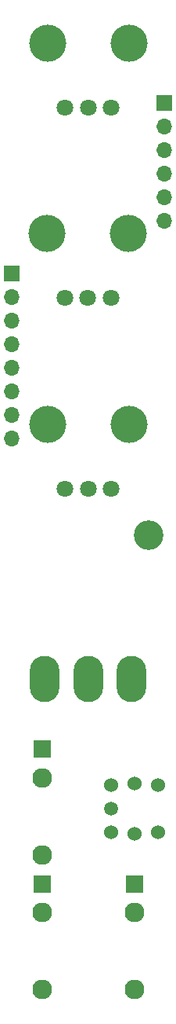
<source format=gbs>
G04 #@! TF.GenerationSoftware,KiCad,Pcbnew,8.0.6-8.0.6-0~ubuntu22.04.1*
G04 #@! TF.CreationDate,2025-04-15T21:33:46+01:00*
G04 #@! TF.ProjectId,RP2040-VCO,52503230-3430-42d5-9643-4f2e6b696361,rev?*
G04 #@! TF.SameCoordinates,Original*
G04 #@! TF.FileFunction,Soldermask,Bot*
G04 #@! TF.FilePolarity,Negative*
%FSLAX46Y46*%
G04 Gerber Fmt 4.6, Leading zero omitted, Abs format (unit mm)*
G04 Created by KiCad (PCBNEW 8.0.6-8.0.6-0~ubuntu22.04.1) date 2025-04-15 21:33:46*
%MOMM*%
%LPD*%
G01*
G04 APERTURE LIST*
%ADD10R,1.930000X1.830000*%
%ADD11C,2.130000*%
%ADD12C,4.000000*%
%ADD13C,1.800000*%
%ADD14C,1.500000*%
%ADD15C,1.524000*%
%ADD16C,3.200000*%
%ADD17O,3.200000X5.000000*%
%ADD18R,1.700000X1.700000*%
%ADD19O,1.700000X1.700000*%
G04 APERTURE END LIST*
D10*
X89000000Y-133600000D03*
D11*
X89000000Y-145000000D03*
X89000000Y-136700000D03*
D10*
X79000000Y-133600000D03*
D11*
X79000000Y-145000000D03*
X79000000Y-136700000D03*
D10*
X79000000Y-119100000D03*
D11*
X79000000Y-130500000D03*
X79000000Y-122200000D03*
D12*
X79600000Y-43000000D03*
X88400000Y-43000000D03*
D13*
X81500000Y-50000000D03*
X84000000Y-50000000D03*
X86500000Y-50000000D03*
D14*
X86460000Y-125500000D03*
D15*
X86460000Y-128040000D03*
X86460000Y-122960000D03*
X91540000Y-128040000D03*
X91540000Y-122960000D03*
X89000000Y-128200000D03*
X89000000Y-122800000D03*
D16*
X90500000Y-96000000D03*
D17*
X88700000Y-111500000D03*
X84000000Y-111500000D03*
X79300000Y-111500000D03*
D12*
X79560000Y-63500000D03*
X88360000Y-63500000D03*
D13*
X81460000Y-70500000D03*
X83960000Y-70500000D03*
X86460000Y-70500000D03*
D12*
X79600000Y-84050000D03*
X88400000Y-84050000D03*
D13*
X81500000Y-91050000D03*
X84000000Y-91050000D03*
X86500000Y-91050000D03*
D18*
X92200000Y-49500000D03*
D19*
X92200000Y-52040000D03*
X92200000Y-54580000D03*
X92200000Y-57120000D03*
X92200000Y-59660000D03*
X92200000Y-62200000D03*
D18*
X75750000Y-67800000D03*
D19*
X75750000Y-70340000D03*
X75750000Y-72880000D03*
X75750000Y-75420000D03*
X75750000Y-77960000D03*
X75750000Y-80500000D03*
X75750000Y-83040000D03*
X75750000Y-85580000D03*
M02*

</source>
